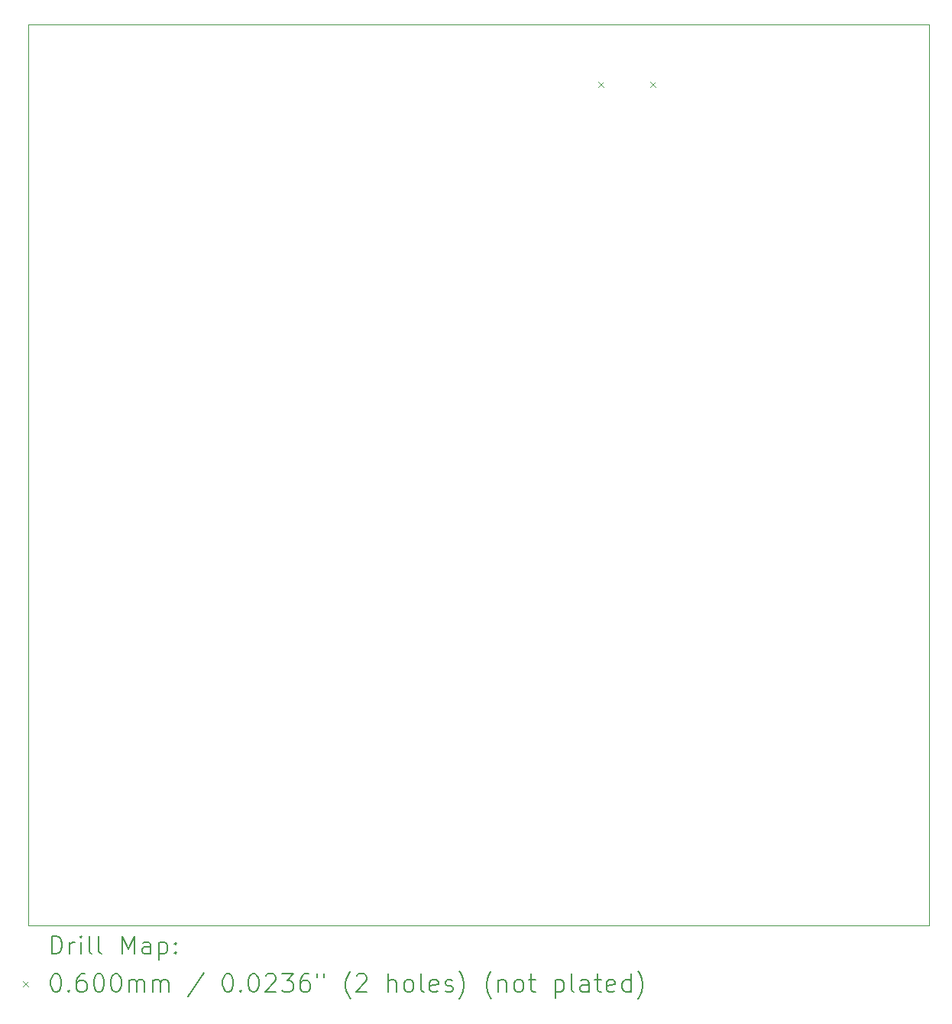
<source format=gbr>
%TF.GenerationSoftware,KiCad,Pcbnew,6.0.9*%
%TF.CreationDate,2022-12-27T21:22:10+01:00*%
%TF.ProjectId,OpenDeck-r2.2.1,4f70656e-4465-4636-9b2d-72322e322e30,rev?*%
%TF.SameCoordinates,Original*%
%TF.FileFunction,Drillmap*%
%TF.FilePolarity,Positive*%
%FSLAX45Y45*%
G04 Gerber Fmt 4.5, Leading zero omitted, Abs format (unit mm)*
G04 Created by KiCad (PCBNEW 6.0.9) date 2022-12-27 21:22:10*
%MOMM*%
%LPD*%
G01*
G04 APERTURE LIST*
%ADD10C,0.050000*%
%ADD11C,0.200000*%
%ADD12C,0.060000*%
G04 APERTURE END LIST*
D10*
X9859010Y-15491460D02*
X9859010Y-5509260D01*
X19841210Y-15491460D02*
X9859010Y-15491460D01*
X9859010Y-5509260D02*
X19841210Y-5509260D01*
X19841210Y-5509260D02*
X19841210Y-15491460D01*
D11*
D12*
X16171000Y-6138000D02*
X16231000Y-6198000D01*
X16231000Y-6138000D02*
X16171000Y-6198000D01*
X16749000Y-6138000D02*
X16809000Y-6198000D01*
X16809000Y-6138000D02*
X16749000Y-6198000D01*
D11*
X10114129Y-15804436D02*
X10114129Y-15604436D01*
X10161748Y-15604436D01*
X10190320Y-15613960D01*
X10209367Y-15633008D01*
X10218891Y-15652055D01*
X10228415Y-15690150D01*
X10228415Y-15718722D01*
X10218891Y-15756817D01*
X10209367Y-15775865D01*
X10190320Y-15794912D01*
X10161748Y-15804436D01*
X10114129Y-15804436D01*
X10314129Y-15804436D02*
X10314129Y-15671103D01*
X10314129Y-15709198D02*
X10323653Y-15690150D01*
X10333177Y-15680627D01*
X10352224Y-15671103D01*
X10371272Y-15671103D01*
X10437939Y-15804436D02*
X10437939Y-15671103D01*
X10437939Y-15604436D02*
X10428415Y-15613960D01*
X10437939Y-15623484D01*
X10447462Y-15613960D01*
X10437939Y-15604436D01*
X10437939Y-15623484D01*
X10561748Y-15804436D02*
X10542700Y-15794912D01*
X10533177Y-15775865D01*
X10533177Y-15604436D01*
X10666510Y-15804436D02*
X10647462Y-15794912D01*
X10637939Y-15775865D01*
X10637939Y-15604436D01*
X10895081Y-15804436D02*
X10895081Y-15604436D01*
X10961748Y-15747293D01*
X11028415Y-15604436D01*
X11028415Y-15804436D01*
X11209367Y-15804436D02*
X11209367Y-15699674D01*
X11199843Y-15680627D01*
X11180796Y-15671103D01*
X11142700Y-15671103D01*
X11123653Y-15680627D01*
X11209367Y-15794912D02*
X11190319Y-15804436D01*
X11142700Y-15804436D01*
X11123653Y-15794912D01*
X11114129Y-15775865D01*
X11114129Y-15756817D01*
X11123653Y-15737769D01*
X11142700Y-15728246D01*
X11190319Y-15728246D01*
X11209367Y-15718722D01*
X11304605Y-15671103D02*
X11304605Y-15871103D01*
X11304605Y-15680627D02*
X11323653Y-15671103D01*
X11361748Y-15671103D01*
X11380796Y-15680627D01*
X11390319Y-15690150D01*
X11399843Y-15709198D01*
X11399843Y-15766341D01*
X11390319Y-15785388D01*
X11380796Y-15794912D01*
X11361748Y-15804436D01*
X11323653Y-15804436D01*
X11304605Y-15794912D01*
X11485558Y-15785388D02*
X11495081Y-15794912D01*
X11485558Y-15804436D01*
X11476034Y-15794912D01*
X11485558Y-15785388D01*
X11485558Y-15804436D01*
X11485558Y-15680627D02*
X11495081Y-15690150D01*
X11485558Y-15699674D01*
X11476034Y-15690150D01*
X11485558Y-15680627D01*
X11485558Y-15699674D01*
D12*
X9796510Y-16103960D02*
X9856510Y-16163960D01*
X9856510Y-16103960D02*
X9796510Y-16163960D01*
D11*
X10152224Y-16024436D02*
X10171272Y-16024436D01*
X10190320Y-16033960D01*
X10199843Y-16043484D01*
X10209367Y-16062531D01*
X10218891Y-16100627D01*
X10218891Y-16148246D01*
X10209367Y-16186341D01*
X10199843Y-16205388D01*
X10190320Y-16214912D01*
X10171272Y-16224436D01*
X10152224Y-16224436D01*
X10133177Y-16214912D01*
X10123653Y-16205388D01*
X10114129Y-16186341D01*
X10104605Y-16148246D01*
X10104605Y-16100627D01*
X10114129Y-16062531D01*
X10123653Y-16043484D01*
X10133177Y-16033960D01*
X10152224Y-16024436D01*
X10304605Y-16205388D02*
X10314129Y-16214912D01*
X10304605Y-16224436D01*
X10295081Y-16214912D01*
X10304605Y-16205388D01*
X10304605Y-16224436D01*
X10485558Y-16024436D02*
X10447462Y-16024436D01*
X10428415Y-16033960D01*
X10418891Y-16043484D01*
X10399843Y-16072055D01*
X10390320Y-16110150D01*
X10390320Y-16186341D01*
X10399843Y-16205388D01*
X10409367Y-16214912D01*
X10428415Y-16224436D01*
X10466510Y-16224436D01*
X10485558Y-16214912D01*
X10495081Y-16205388D01*
X10504605Y-16186341D01*
X10504605Y-16138722D01*
X10495081Y-16119674D01*
X10485558Y-16110150D01*
X10466510Y-16100627D01*
X10428415Y-16100627D01*
X10409367Y-16110150D01*
X10399843Y-16119674D01*
X10390320Y-16138722D01*
X10628415Y-16024436D02*
X10647462Y-16024436D01*
X10666510Y-16033960D01*
X10676034Y-16043484D01*
X10685558Y-16062531D01*
X10695081Y-16100627D01*
X10695081Y-16148246D01*
X10685558Y-16186341D01*
X10676034Y-16205388D01*
X10666510Y-16214912D01*
X10647462Y-16224436D01*
X10628415Y-16224436D01*
X10609367Y-16214912D01*
X10599843Y-16205388D01*
X10590320Y-16186341D01*
X10580796Y-16148246D01*
X10580796Y-16100627D01*
X10590320Y-16062531D01*
X10599843Y-16043484D01*
X10609367Y-16033960D01*
X10628415Y-16024436D01*
X10818891Y-16024436D02*
X10837939Y-16024436D01*
X10856986Y-16033960D01*
X10866510Y-16043484D01*
X10876034Y-16062531D01*
X10885558Y-16100627D01*
X10885558Y-16148246D01*
X10876034Y-16186341D01*
X10866510Y-16205388D01*
X10856986Y-16214912D01*
X10837939Y-16224436D01*
X10818891Y-16224436D01*
X10799843Y-16214912D01*
X10790320Y-16205388D01*
X10780796Y-16186341D01*
X10771272Y-16148246D01*
X10771272Y-16100627D01*
X10780796Y-16062531D01*
X10790320Y-16043484D01*
X10799843Y-16033960D01*
X10818891Y-16024436D01*
X10971272Y-16224436D02*
X10971272Y-16091103D01*
X10971272Y-16110150D02*
X10980796Y-16100627D01*
X10999843Y-16091103D01*
X11028415Y-16091103D01*
X11047462Y-16100627D01*
X11056986Y-16119674D01*
X11056986Y-16224436D01*
X11056986Y-16119674D02*
X11066510Y-16100627D01*
X11085558Y-16091103D01*
X11114129Y-16091103D01*
X11133177Y-16100627D01*
X11142700Y-16119674D01*
X11142700Y-16224436D01*
X11237938Y-16224436D02*
X11237938Y-16091103D01*
X11237938Y-16110150D02*
X11247462Y-16100627D01*
X11266510Y-16091103D01*
X11295081Y-16091103D01*
X11314129Y-16100627D01*
X11323653Y-16119674D01*
X11323653Y-16224436D01*
X11323653Y-16119674D02*
X11333177Y-16100627D01*
X11352224Y-16091103D01*
X11380796Y-16091103D01*
X11399843Y-16100627D01*
X11409367Y-16119674D01*
X11409367Y-16224436D01*
X11799843Y-16014912D02*
X11628415Y-16272055D01*
X12056986Y-16024436D02*
X12076034Y-16024436D01*
X12095081Y-16033960D01*
X12104605Y-16043484D01*
X12114129Y-16062531D01*
X12123653Y-16100627D01*
X12123653Y-16148246D01*
X12114129Y-16186341D01*
X12104605Y-16205388D01*
X12095081Y-16214912D01*
X12076034Y-16224436D01*
X12056986Y-16224436D01*
X12037938Y-16214912D01*
X12028415Y-16205388D01*
X12018891Y-16186341D01*
X12009367Y-16148246D01*
X12009367Y-16100627D01*
X12018891Y-16062531D01*
X12028415Y-16043484D01*
X12037938Y-16033960D01*
X12056986Y-16024436D01*
X12209367Y-16205388D02*
X12218891Y-16214912D01*
X12209367Y-16224436D01*
X12199843Y-16214912D01*
X12209367Y-16205388D01*
X12209367Y-16224436D01*
X12342700Y-16024436D02*
X12361748Y-16024436D01*
X12380796Y-16033960D01*
X12390319Y-16043484D01*
X12399843Y-16062531D01*
X12409367Y-16100627D01*
X12409367Y-16148246D01*
X12399843Y-16186341D01*
X12390319Y-16205388D01*
X12380796Y-16214912D01*
X12361748Y-16224436D01*
X12342700Y-16224436D01*
X12323653Y-16214912D01*
X12314129Y-16205388D01*
X12304605Y-16186341D01*
X12295081Y-16148246D01*
X12295081Y-16100627D01*
X12304605Y-16062531D01*
X12314129Y-16043484D01*
X12323653Y-16033960D01*
X12342700Y-16024436D01*
X12485558Y-16043484D02*
X12495081Y-16033960D01*
X12514129Y-16024436D01*
X12561748Y-16024436D01*
X12580796Y-16033960D01*
X12590319Y-16043484D01*
X12599843Y-16062531D01*
X12599843Y-16081579D01*
X12590319Y-16110150D01*
X12476034Y-16224436D01*
X12599843Y-16224436D01*
X12666510Y-16024436D02*
X12790319Y-16024436D01*
X12723653Y-16100627D01*
X12752224Y-16100627D01*
X12771272Y-16110150D01*
X12780796Y-16119674D01*
X12790319Y-16138722D01*
X12790319Y-16186341D01*
X12780796Y-16205388D01*
X12771272Y-16214912D01*
X12752224Y-16224436D01*
X12695081Y-16224436D01*
X12676034Y-16214912D01*
X12666510Y-16205388D01*
X12961748Y-16024436D02*
X12923653Y-16024436D01*
X12904605Y-16033960D01*
X12895081Y-16043484D01*
X12876034Y-16072055D01*
X12866510Y-16110150D01*
X12866510Y-16186341D01*
X12876034Y-16205388D01*
X12885558Y-16214912D01*
X12904605Y-16224436D01*
X12942700Y-16224436D01*
X12961748Y-16214912D01*
X12971272Y-16205388D01*
X12980796Y-16186341D01*
X12980796Y-16138722D01*
X12971272Y-16119674D01*
X12961748Y-16110150D01*
X12942700Y-16100627D01*
X12904605Y-16100627D01*
X12885558Y-16110150D01*
X12876034Y-16119674D01*
X12866510Y-16138722D01*
X13056986Y-16024436D02*
X13056986Y-16062531D01*
X13133177Y-16024436D02*
X13133177Y-16062531D01*
X13428415Y-16300627D02*
X13418891Y-16291103D01*
X13399843Y-16262531D01*
X13390319Y-16243484D01*
X13380796Y-16214912D01*
X13371272Y-16167293D01*
X13371272Y-16129198D01*
X13380796Y-16081579D01*
X13390319Y-16053008D01*
X13399843Y-16033960D01*
X13418891Y-16005388D01*
X13428415Y-15995865D01*
X13495081Y-16043484D02*
X13504605Y-16033960D01*
X13523653Y-16024436D01*
X13571272Y-16024436D01*
X13590319Y-16033960D01*
X13599843Y-16043484D01*
X13609367Y-16062531D01*
X13609367Y-16081579D01*
X13599843Y-16110150D01*
X13485558Y-16224436D01*
X13609367Y-16224436D01*
X13847462Y-16224436D02*
X13847462Y-16024436D01*
X13933177Y-16224436D02*
X13933177Y-16119674D01*
X13923653Y-16100627D01*
X13904605Y-16091103D01*
X13876034Y-16091103D01*
X13856986Y-16100627D01*
X13847462Y-16110150D01*
X14056986Y-16224436D02*
X14037938Y-16214912D01*
X14028415Y-16205388D01*
X14018891Y-16186341D01*
X14018891Y-16129198D01*
X14028415Y-16110150D01*
X14037938Y-16100627D01*
X14056986Y-16091103D01*
X14085558Y-16091103D01*
X14104605Y-16100627D01*
X14114129Y-16110150D01*
X14123653Y-16129198D01*
X14123653Y-16186341D01*
X14114129Y-16205388D01*
X14104605Y-16214912D01*
X14085558Y-16224436D01*
X14056986Y-16224436D01*
X14237938Y-16224436D02*
X14218891Y-16214912D01*
X14209367Y-16195865D01*
X14209367Y-16024436D01*
X14390319Y-16214912D02*
X14371272Y-16224436D01*
X14333177Y-16224436D01*
X14314129Y-16214912D01*
X14304605Y-16195865D01*
X14304605Y-16119674D01*
X14314129Y-16100627D01*
X14333177Y-16091103D01*
X14371272Y-16091103D01*
X14390319Y-16100627D01*
X14399843Y-16119674D01*
X14399843Y-16138722D01*
X14304605Y-16157769D01*
X14476034Y-16214912D02*
X14495081Y-16224436D01*
X14533177Y-16224436D01*
X14552224Y-16214912D01*
X14561748Y-16195865D01*
X14561748Y-16186341D01*
X14552224Y-16167293D01*
X14533177Y-16157769D01*
X14504605Y-16157769D01*
X14485558Y-16148246D01*
X14476034Y-16129198D01*
X14476034Y-16119674D01*
X14485558Y-16100627D01*
X14504605Y-16091103D01*
X14533177Y-16091103D01*
X14552224Y-16100627D01*
X14628415Y-16300627D02*
X14637938Y-16291103D01*
X14656986Y-16262531D01*
X14666510Y-16243484D01*
X14676034Y-16214912D01*
X14685558Y-16167293D01*
X14685558Y-16129198D01*
X14676034Y-16081579D01*
X14666510Y-16053008D01*
X14656986Y-16033960D01*
X14637938Y-16005388D01*
X14628415Y-15995865D01*
X14990319Y-16300627D02*
X14980796Y-16291103D01*
X14961748Y-16262531D01*
X14952224Y-16243484D01*
X14942700Y-16214912D01*
X14933177Y-16167293D01*
X14933177Y-16129198D01*
X14942700Y-16081579D01*
X14952224Y-16053008D01*
X14961748Y-16033960D01*
X14980796Y-16005388D01*
X14990319Y-15995865D01*
X15066510Y-16091103D02*
X15066510Y-16224436D01*
X15066510Y-16110150D02*
X15076034Y-16100627D01*
X15095081Y-16091103D01*
X15123653Y-16091103D01*
X15142700Y-16100627D01*
X15152224Y-16119674D01*
X15152224Y-16224436D01*
X15276034Y-16224436D02*
X15256986Y-16214912D01*
X15247462Y-16205388D01*
X15237938Y-16186341D01*
X15237938Y-16129198D01*
X15247462Y-16110150D01*
X15256986Y-16100627D01*
X15276034Y-16091103D01*
X15304605Y-16091103D01*
X15323653Y-16100627D01*
X15333177Y-16110150D01*
X15342700Y-16129198D01*
X15342700Y-16186341D01*
X15333177Y-16205388D01*
X15323653Y-16214912D01*
X15304605Y-16224436D01*
X15276034Y-16224436D01*
X15399843Y-16091103D02*
X15476034Y-16091103D01*
X15428415Y-16024436D02*
X15428415Y-16195865D01*
X15437938Y-16214912D01*
X15456986Y-16224436D01*
X15476034Y-16224436D01*
X15695081Y-16091103D02*
X15695081Y-16291103D01*
X15695081Y-16100627D02*
X15714129Y-16091103D01*
X15752224Y-16091103D01*
X15771272Y-16100627D01*
X15780796Y-16110150D01*
X15790319Y-16129198D01*
X15790319Y-16186341D01*
X15780796Y-16205388D01*
X15771272Y-16214912D01*
X15752224Y-16224436D01*
X15714129Y-16224436D01*
X15695081Y-16214912D01*
X15904605Y-16224436D02*
X15885558Y-16214912D01*
X15876034Y-16195865D01*
X15876034Y-16024436D01*
X16066510Y-16224436D02*
X16066510Y-16119674D01*
X16056986Y-16100627D01*
X16037938Y-16091103D01*
X15999843Y-16091103D01*
X15980796Y-16100627D01*
X16066510Y-16214912D02*
X16047462Y-16224436D01*
X15999843Y-16224436D01*
X15980796Y-16214912D01*
X15971272Y-16195865D01*
X15971272Y-16176817D01*
X15980796Y-16157769D01*
X15999843Y-16148246D01*
X16047462Y-16148246D01*
X16066510Y-16138722D01*
X16133177Y-16091103D02*
X16209367Y-16091103D01*
X16161748Y-16024436D02*
X16161748Y-16195865D01*
X16171272Y-16214912D01*
X16190319Y-16224436D01*
X16209367Y-16224436D01*
X16352224Y-16214912D02*
X16333177Y-16224436D01*
X16295081Y-16224436D01*
X16276034Y-16214912D01*
X16266510Y-16195865D01*
X16266510Y-16119674D01*
X16276034Y-16100627D01*
X16295081Y-16091103D01*
X16333177Y-16091103D01*
X16352224Y-16100627D01*
X16361748Y-16119674D01*
X16361748Y-16138722D01*
X16266510Y-16157769D01*
X16533177Y-16224436D02*
X16533177Y-16024436D01*
X16533177Y-16214912D02*
X16514129Y-16224436D01*
X16476034Y-16224436D01*
X16456986Y-16214912D01*
X16447462Y-16205388D01*
X16437938Y-16186341D01*
X16437938Y-16129198D01*
X16447462Y-16110150D01*
X16456986Y-16100627D01*
X16476034Y-16091103D01*
X16514129Y-16091103D01*
X16533177Y-16100627D01*
X16609367Y-16300627D02*
X16618891Y-16291103D01*
X16637938Y-16262531D01*
X16647462Y-16243484D01*
X16656986Y-16214912D01*
X16666510Y-16167293D01*
X16666510Y-16129198D01*
X16656986Y-16081579D01*
X16647462Y-16053008D01*
X16637938Y-16033960D01*
X16618891Y-16005388D01*
X16609367Y-15995865D01*
M02*

</source>
